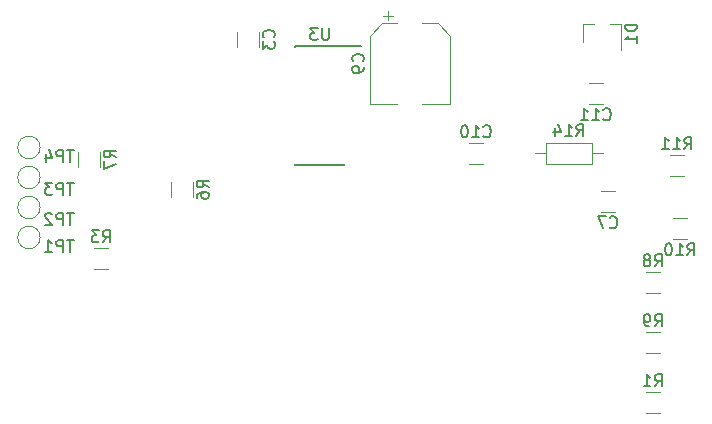
<source format=gbo>
G04 #@! TF.GenerationSoftware,KiCad,Pcbnew,5.1.6-c6e7f7d~87~ubuntu20.04.1*
G04 #@! TF.CreationDate,2020-07-23T13:09:22+02:00*
G04 #@! TF.ProjectId,lotusble,6c6f7475-7362-46c6-952e-6b696361645f,rev?*
G04 #@! TF.SameCoordinates,Original*
G04 #@! TF.FileFunction,Legend,Bot*
G04 #@! TF.FilePolarity,Positive*
%FSLAX46Y46*%
G04 Gerber Fmt 4.6, Leading zero omitted, Abs format (unit mm)*
G04 Created by KiCad (PCBNEW 5.1.6-c6e7f7d~87~ubuntu20.04.1) date 2020-07-23 13:09:22*
%MOMM*%
%LPD*%
G01*
G04 APERTURE LIST*
%ADD10C,0.120000*%
%ADD11C,0.150000*%
G04 APERTURE END LIST*
D10*
X95155936Y-96118000D02*
X96360064Y-96118000D01*
X95155936Y-97938000D02*
X96360064Y-97938000D01*
X58272000Y-81628064D02*
X58272000Y-80423936D01*
X60092000Y-81628064D02*
X60092000Y-80423936D01*
X94074064Y-110850000D02*
X92869936Y-110850000D01*
X94074064Y-112670000D02*
X92869936Y-112670000D01*
X47338064Y-100478000D02*
X46133936Y-100478000D01*
X47338064Y-98658000D02*
X46133936Y-98658000D01*
X52684000Y-94328064D02*
X52684000Y-93123936D01*
X54504000Y-94328064D02*
X54504000Y-93123936D01*
X46630000Y-91788064D02*
X46630000Y-90583936D01*
X44810000Y-91788064D02*
X44810000Y-90583936D01*
X41590000Y-95250000D02*
G75*
G03*
X41590000Y-95250000I-950000J0D01*
G01*
X94074064Y-102510000D02*
X92869936Y-102510000D01*
X94074064Y-100690000D02*
X92869936Y-100690000D01*
X94074064Y-105770000D02*
X92869936Y-105770000D01*
X94074064Y-107590000D02*
X92869936Y-107590000D01*
X89059936Y-93832000D02*
X90264064Y-93832000D01*
X89059936Y-95652000D02*
X90264064Y-95652000D01*
X70656750Y-79014250D02*
X71444250Y-79014250D01*
X71050500Y-78620500D02*
X71050500Y-79408000D01*
X75243563Y-79648000D02*
X76308000Y-80712437D01*
X70552437Y-79648000D02*
X69488000Y-80712437D01*
X70552437Y-79648000D02*
X71838000Y-79648000D01*
X75243563Y-79648000D02*
X73958000Y-79648000D01*
X76308000Y-80712437D02*
X76308000Y-86468000D01*
X69488000Y-80712437D02*
X69488000Y-86468000D01*
X69488000Y-86468000D02*
X71838000Y-86468000D01*
X76308000Y-86468000D02*
X73958000Y-86468000D01*
X79088064Y-91588000D02*
X77883936Y-91588000D01*
X79088064Y-89768000D02*
X77883936Y-89768000D01*
X88043936Y-86508000D02*
X89248064Y-86508000D01*
X88043936Y-84688000D02*
X89248064Y-84688000D01*
X96106064Y-90784000D02*
X94901936Y-90784000D01*
X96106064Y-92604000D02*
X94901936Y-92604000D01*
D11*
X67353000Y-81564000D02*
X68728000Y-81564000D01*
X67353000Y-91689000D02*
X63203000Y-91689000D01*
X67353000Y-81539000D02*
X63203000Y-81539000D01*
X67353000Y-91689000D02*
X67353000Y-91584000D01*
X63203000Y-91689000D02*
X63203000Y-91584000D01*
X63203000Y-81539000D02*
X63203000Y-81644000D01*
X67353000Y-81539000D02*
X67353000Y-81564000D01*
D10*
X41590000Y-97790000D02*
G75*
G03*
X41590000Y-97790000I-950000J0D01*
G01*
X41590000Y-92710000D02*
G75*
G03*
X41590000Y-92710000I-950000J0D01*
G01*
X41590000Y-90170000D02*
G75*
G03*
X41590000Y-90170000I-950000J0D01*
G01*
X87574000Y-79758000D02*
X87574000Y-81218000D01*
X90734000Y-79758000D02*
X90734000Y-81918000D01*
X90734000Y-79758000D02*
X89804000Y-79758000D01*
X87574000Y-79758000D02*
X88504000Y-79758000D01*
X83490000Y-90678000D02*
X84440000Y-90678000D01*
X89230000Y-90678000D02*
X88280000Y-90678000D01*
X84440000Y-89758000D02*
X88280000Y-89758000D01*
X84440000Y-91598000D02*
X84440000Y-89758000D01*
X88280000Y-91598000D02*
X84440000Y-91598000D01*
X88280000Y-89758000D02*
X88280000Y-91598000D01*
D11*
X96400857Y-99300380D02*
X96734190Y-98824190D01*
X96972285Y-99300380D02*
X96972285Y-98300380D01*
X96591333Y-98300380D01*
X96496095Y-98348000D01*
X96448476Y-98395619D01*
X96400857Y-98490857D01*
X96400857Y-98633714D01*
X96448476Y-98728952D01*
X96496095Y-98776571D01*
X96591333Y-98824190D01*
X96972285Y-98824190D01*
X95448476Y-99300380D02*
X96019904Y-99300380D01*
X95734190Y-99300380D02*
X95734190Y-98300380D01*
X95829428Y-98443238D01*
X95924666Y-98538476D01*
X96019904Y-98586095D01*
X94829428Y-98300380D02*
X94734190Y-98300380D01*
X94638952Y-98348000D01*
X94591333Y-98395619D01*
X94543714Y-98490857D01*
X94496095Y-98681333D01*
X94496095Y-98919428D01*
X94543714Y-99109904D01*
X94591333Y-99205142D01*
X94638952Y-99252761D01*
X94734190Y-99300380D01*
X94829428Y-99300380D01*
X94924666Y-99252761D01*
X94972285Y-99205142D01*
X95019904Y-99109904D01*
X95067523Y-98919428D01*
X95067523Y-98681333D01*
X95019904Y-98490857D01*
X94972285Y-98395619D01*
X94924666Y-98348000D01*
X94829428Y-98300380D01*
X61359142Y-80859333D02*
X61406761Y-80811714D01*
X61454380Y-80668857D01*
X61454380Y-80573619D01*
X61406761Y-80430761D01*
X61311523Y-80335523D01*
X61216285Y-80287904D01*
X61025809Y-80240285D01*
X60882952Y-80240285D01*
X60692476Y-80287904D01*
X60597238Y-80335523D01*
X60502000Y-80430761D01*
X60454380Y-80573619D01*
X60454380Y-80668857D01*
X60502000Y-80811714D01*
X60549619Y-80859333D01*
X60454380Y-81192666D02*
X60454380Y-81811714D01*
X60835333Y-81478380D01*
X60835333Y-81621238D01*
X60882952Y-81716476D01*
X60930571Y-81764095D01*
X61025809Y-81811714D01*
X61263904Y-81811714D01*
X61359142Y-81764095D01*
X61406761Y-81716476D01*
X61454380Y-81621238D01*
X61454380Y-81335523D01*
X61406761Y-81240285D01*
X61359142Y-81192666D01*
X93638666Y-110392380D02*
X93972000Y-109916190D01*
X94210095Y-110392380D02*
X94210095Y-109392380D01*
X93829142Y-109392380D01*
X93733904Y-109440000D01*
X93686285Y-109487619D01*
X93638666Y-109582857D01*
X93638666Y-109725714D01*
X93686285Y-109820952D01*
X93733904Y-109868571D01*
X93829142Y-109916190D01*
X94210095Y-109916190D01*
X92686285Y-110392380D02*
X93257714Y-110392380D01*
X92972000Y-110392380D02*
X92972000Y-109392380D01*
X93067238Y-109535238D01*
X93162476Y-109630476D01*
X93257714Y-109678095D01*
X46902666Y-98200380D02*
X47236000Y-97724190D01*
X47474095Y-98200380D02*
X47474095Y-97200380D01*
X47093142Y-97200380D01*
X46997904Y-97248000D01*
X46950285Y-97295619D01*
X46902666Y-97390857D01*
X46902666Y-97533714D01*
X46950285Y-97628952D01*
X46997904Y-97676571D01*
X47093142Y-97724190D01*
X47474095Y-97724190D01*
X46569333Y-97200380D02*
X45950285Y-97200380D01*
X46283619Y-97581333D01*
X46140761Y-97581333D01*
X46045523Y-97628952D01*
X45997904Y-97676571D01*
X45950285Y-97771809D01*
X45950285Y-98009904D01*
X45997904Y-98105142D01*
X46045523Y-98152761D01*
X46140761Y-98200380D01*
X46426476Y-98200380D01*
X46521714Y-98152761D01*
X46569333Y-98105142D01*
X55866380Y-93559333D02*
X55390190Y-93226000D01*
X55866380Y-92987904D02*
X54866380Y-92987904D01*
X54866380Y-93368857D01*
X54914000Y-93464095D01*
X54961619Y-93511714D01*
X55056857Y-93559333D01*
X55199714Y-93559333D01*
X55294952Y-93511714D01*
X55342571Y-93464095D01*
X55390190Y-93368857D01*
X55390190Y-92987904D01*
X54866380Y-94416476D02*
X54866380Y-94226000D01*
X54914000Y-94130761D01*
X54961619Y-94083142D01*
X55104476Y-93987904D01*
X55294952Y-93940285D01*
X55675904Y-93940285D01*
X55771142Y-93987904D01*
X55818761Y-94035523D01*
X55866380Y-94130761D01*
X55866380Y-94321238D01*
X55818761Y-94416476D01*
X55771142Y-94464095D01*
X55675904Y-94511714D01*
X55437809Y-94511714D01*
X55342571Y-94464095D01*
X55294952Y-94416476D01*
X55247333Y-94321238D01*
X55247333Y-94130761D01*
X55294952Y-94035523D01*
X55342571Y-93987904D01*
X55437809Y-93940285D01*
X47992380Y-91019333D02*
X47516190Y-90686000D01*
X47992380Y-90447904D02*
X46992380Y-90447904D01*
X46992380Y-90828857D01*
X47040000Y-90924095D01*
X47087619Y-90971714D01*
X47182857Y-91019333D01*
X47325714Y-91019333D01*
X47420952Y-90971714D01*
X47468571Y-90924095D01*
X47516190Y-90828857D01*
X47516190Y-90447904D01*
X46992380Y-91352666D02*
X46992380Y-92019333D01*
X47992380Y-91590761D01*
X44441904Y-95718380D02*
X43870476Y-95718380D01*
X44156190Y-96718380D02*
X44156190Y-95718380D01*
X43537142Y-96718380D02*
X43537142Y-95718380D01*
X43156190Y-95718380D01*
X43060952Y-95766000D01*
X43013333Y-95813619D01*
X42965714Y-95908857D01*
X42965714Y-96051714D01*
X43013333Y-96146952D01*
X43060952Y-96194571D01*
X43156190Y-96242190D01*
X43537142Y-96242190D01*
X42584761Y-95813619D02*
X42537142Y-95766000D01*
X42441904Y-95718380D01*
X42203809Y-95718380D01*
X42108571Y-95766000D01*
X42060952Y-95813619D01*
X42013333Y-95908857D01*
X42013333Y-96004095D01*
X42060952Y-96146952D01*
X42632380Y-96718380D01*
X42013333Y-96718380D01*
X93638666Y-100232380D02*
X93972000Y-99756190D01*
X94210095Y-100232380D02*
X94210095Y-99232380D01*
X93829142Y-99232380D01*
X93733904Y-99280000D01*
X93686285Y-99327619D01*
X93638666Y-99422857D01*
X93638666Y-99565714D01*
X93686285Y-99660952D01*
X93733904Y-99708571D01*
X93829142Y-99756190D01*
X94210095Y-99756190D01*
X93067238Y-99660952D02*
X93162476Y-99613333D01*
X93210095Y-99565714D01*
X93257714Y-99470476D01*
X93257714Y-99422857D01*
X93210095Y-99327619D01*
X93162476Y-99280000D01*
X93067238Y-99232380D01*
X92876761Y-99232380D01*
X92781523Y-99280000D01*
X92733904Y-99327619D01*
X92686285Y-99422857D01*
X92686285Y-99470476D01*
X92733904Y-99565714D01*
X92781523Y-99613333D01*
X92876761Y-99660952D01*
X93067238Y-99660952D01*
X93162476Y-99708571D01*
X93210095Y-99756190D01*
X93257714Y-99851428D01*
X93257714Y-100041904D01*
X93210095Y-100137142D01*
X93162476Y-100184761D01*
X93067238Y-100232380D01*
X92876761Y-100232380D01*
X92781523Y-100184761D01*
X92733904Y-100137142D01*
X92686285Y-100041904D01*
X92686285Y-99851428D01*
X92733904Y-99756190D01*
X92781523Y-99708571D01*
X92876761Y-99660952D01*
X93638666Y-105312380D02*
X93972000Y-104836190D01*
X94210095Y-105312380D02*
X94210095Y-104312380D01*
X93829142Y-104312380D01*
X93733904Y-104360000D01*
X93686285Y-104407619D01*
X93638666Y-104502857D01*
X93638666Y-104645714D01*
X93686285Y-104740952D01*
X93733904Y-104788571D01*
X93829142Y-104836190D01*
X94210095Y-104836190D01*
X93162476Y-105312380D02*
X92972000Y-105312380D01*
X92876761Y-105264761D01*
X92829142Y-105217142D01*
X92733904Y-105074285D01*
X92686285Y-104883809D01*
X92686285Y-104502857D01*
X92733904Y-104407619D01*
X92781523Y-104360000D01*
X92876761Y-104312380D01*
X93067238Y-104312380D01*
X93162476Y-104360000D01*
X93210095Y-104407619D01*
X93257714Y-104502857D01*
X93257714Y-104740952D01*
X93210095Y-104836190D01*
X93162476Y-104883809D01*
X93067238Y-104931428D01*
X92876761Y-104931428D01*
X92781523Y-104883809D01*
X92733904Y-104836190D01*
X92686285Y-104740952D01*
X89828666Y-96919142D02*
X89876285Y-96966761D01*
X90019142Y-97014380D01*
X90114380Y-97014380D01*
X90257238Y-96966761D01*
X90352476Y-96871523D01*
X90400095Y-96776285D01*
X90447714Y-96585809D01*
X90447714Y-96442952D01*
X90400095Y-96252476D01*
X90352476Y-96157238D01*
X90257238Y-96062000D01*
X90114380Y-96014380D01*
X90019142Y-96014380D01*
X89876285Y-96062000D01*
X89828666Y-96109619D01*
X89495333Y-96014380D02*
X88828666Y-96014380D01*
X89257238Y-97014380D01*
X68905142Y-82891333D02*
X68952761Y-82843714D01*
X69000380Y-82700857D01*
X69000380Y-82605619D01*
X68952761Y-82462761D01*
X68857523Y-82367523D01*
X68762285Y-82319904D01*
X68571809Y-82272285D01*
X68428952Y-82272285D01*
X68238476Y-82319904D01*
X68143238Y-82367523D01*
X68048000Y-82462761D01*
X68000380Y-82605619D01*
X68000380Y-82700857D01*
X68048000Y-82843714D01*
X68095619Y-82891333D01*
X69000380Y-83367523D02*
X69000380Y-83558000D01*
X68952761Y-83653238D01*
X68905142Y-83700857D01*
X68762285Y-83796095D01*
X68571809Y-83843714D01*
X68190857Y-83843714D01*
X68095619Y-83796095D01*
X68048000Y-83748476D01*
X68000380Y-83653238D01*
X68000380Y-83462761D01*
X68048000Y-83367523D01*
X68095619Y-83319904D01*
X68190857Y-83272285D01*
X68428952Y-83272285D01*
X68524190Y-83319904D01*
X68571809Y-83367523D01*
X68619428Y-83462761D01*
X68619428Y-83653238D01*
X68571809Y-83748476D01*
X68524190Y-83796095D01*
X68428952Y-83843714D01*
X79128857Y-89215142D02*
X79176476Y-89262761D01*
X79319333Y-89310380D01*
X79414571Y-89310380D01*
X79557428Y-89262761D01*
X79652666Y-89167523D01*
X79700285Y-89072285D01*
X79747904Y-88881809D01*
X79747904Y-88738952D01*
X79700285Y-88548476D01*
X79652666Y-88453238D01*
X79557428Y-88358000D01*
X79414571Y-88310380D01*
X79319333Y-88310380D01*
X79176476Y-88358000D01*
X79128857Y-88405619D01*
X78176476Y-89310380D02*
X78747904Y-89310380D01*
X78462190Y-89310380D02*
X78462190Y-88310380D01*
X78557428Y-88453238D01*
X78652666Y-88548476D01*
X78747904Y-88596095D01*
X77557428Y-88310380D02*
X77462190Y-88310380D01*
X77366952Y-88358000D01*
X77319333Y-88405619D01*
X77271714Y-88500857D01*
X77224095Y-88691333D01*
X77224095Y-88929428D01*
X77271714Y-89119904D01*
X77319333Y-89215142D01*
X77366952Y-89262761D01*
X77462190Y-89310380D01*
X77557428Y-89310380D01*
X77652666Y-89262761D01*
X77700285Y-89215142D01*
X77747904Y-89119904D01*
X77795523Y-88929428D01*
X77795523Y-88691333D01*
X77747904Y-88500857D01*
X77700285Y-88405619D01*
X77652666Y-88358000D01*
X77557428Y-88310380D01*
X89288857Y-87775142D02*
X89336476Y-87822761D01*
X89479333Y-87870380D01*
X89574571Y-87870380D01*
X89717428Y-87822761D01*
X89812666Y-87727523D01*
X89860285Y-87632285D01*
X89907904Y-87441809D01*
X89907904Y-87298952D01*
X89860285Y-87108476D01*
X89812666Y-87013238D01*
X89717428Y-86918000D01*
X89574571Y-86870380D01*
X89479333Y-86870380D01*
X89336476Y-86918000D01*
X89288857Y-86965619D01*
X88336476Y-87870380D02*
X88907904Y-87870380D01*
X88622190Y-87870380D02*
X88622190Y-86870380D01*
X88717428Y-87013238D01*
X88812666Y-87108476D01*
X88907904Y-87156095D01*
X87384095Y-87870380D02*
X87955523Y-87870380D01*
X87669809Y-87870380D02*
X87669809Y-86870380D01*
X87765047Y-87013238D01*
X87860285Y-87108476D01*
X87955523Y-87156095D01*
X96146857Y-90326380D02*
X96480190Y-89850190D01*
X96718285Y-90326380D02*
X96718285Y-89326380D01*
X96337333Y-89326380D01*
X96242095Y-89374000D01*
X96194476Y-89421619D01*
X96146857Y-89516857D01*
X96146857Y-89659714D01*
X96194476Y-89754952D01*
X96242095Y-89802571D01*
X96337333Y-89850190D01*
X96718285Y-89850190D01*
X95194476Y-90326380D02*
X95765904Y-90326380D01*
X95480190Y-90326380D02*
X95480190Y-89326380D01*
X95575428Y-89469238D01*
X95670666Y-89564476D01*
X95765904Y-89612095D01*
X94242095Y-90326380D02*
X94813523Y-90326380D01*
X94527809Y-90326380D02*
X94527809Y-89326380D01*
X94623047Y-89469238D01*
X94718285Y-89564476D01*
X94813523Y-89612095D01*
X66039904Y-80066380D02*
X66039904Y-80875904D01*
X65992285Y-80971142D01*
X65944666Y-81018761D01*
X65849428Y-81066380D01*
X65658952Y-81066380D01*
X65563714Y-81018761D01*
X65516095Y-80971142D01*
X65468476Y-80875904D01*
X65468476Y-80066380D01*
X65087523Y-80066380D02*
X64468476Y-80066380D01*
X64801809Y-80447333D01*
X64658952Y-80447333D01*
X64563714Y-80494952D01*
X64516095Y-80542571D01*
X64468476Y-80637809D01*
X64468476Y-80875904D01*
X64516095Y-80971142D01*
X64563714Y-81018761D01*
X64658952Y-81066380D01*
X64944666Y-81066380D01*
X65039904Y-81018761D01*
X65087523Y-80971142D01*
X44441904Y-98004380D02*
X43870476Y-98004380D01*
X44156190Y-99004380D02*
X44156190Y-98004380D01*
X43537142Y-99004380D02*
X43537142Y-98004380D01*
X43156190Y-98004380D01*
X43060952Y-98052000D01*
X43013333Y-98099619D01*
X42965714Y-98194857D01*
X42965714Y-98337714D01*
X43013333Y-98432952D01*
X43060952Y-98480571D01*
X43156190Y-98528190D01*
X43537142Y-98528190D01*
X42013333Y-99004380D02*
X42584761Y-99004380D01*
X42299047Y-99004380D02*
X42299047Y-98004380D01*
X42394285Y-98147238D01*
X42489523Y-98242476D01*
X42584761Y-98290095D01*
X44441904Y-93178380D02*
X43870476Y-93178380D01*
X44156190Y-94178380D02*
X44156190Y-93178380D01*
X43537142Y-94178380D02*
X43537142Y-93178380D01*
X43156190Y-93178380D01*
X43060952Y-93226000D01*
X43013333Y-93273619D01*
X42965714Y-93368857D01*
X42965714Y-93511714D01*
X43013333Y-93606952D01*
X43060952Y-93654571D01*
X43156190Y-93702190D01*
X43537142Y-93702190D01*
X42632380Y-93178380D02*
X42013333Y-93178380D01*
X42346666Y-93559333D01*
X42203809Y-93559333D01*
X42108571Y-93606952D01*
X42060952Y-93654571D01*
X42013333Y-93749809D01*
X42013333Y-93987904D01*
X42060952Y-94083142D01*
X42108571Y-94130761D01*
X42203809Y-94178380D01*
X42489523Y-94178380D01*
X42584761Y-94130761D01*
X42632380Y-94083142D01*
X44441904Y-90384380D02*
X43870476Y-90384380D01*
X44156190Y-91384380D02*
X44156190Y-90384380D01*
X43537142Y-91384380D02*
X43537142Y-90384380D01*
X43156190Y-90384380D01*
X43060952Y-90432000D01*
X43013333Y-90479619D01*
X42965714Y-90574857D01*
X42965714Y-90717714D01*
X43013333Y-90812952D01*
X43060952Y-90860571D01*
X43156190Y-90908190D01*
X43537142Y-90908190D01*
X42108571Y-90717714D02*
X42108571Y-91384380D01*
X42346666Y-90336761D02*
X42584761Y-91051047D01*
X41965714Y-91051047D01*
X92106380Y-79779904D02*
X91106380Y-79779904D01*
X91106380Y-80018000D01*
X91154000Y-80160857D01*
X91249238Y-80256095D01*
X91344476Y-80303714D01*
X91534952Y-80351333D01*
X91677809Y-80351333D01*
X91868285Y-80303714D01*
X91963523Y-80256095D01*
X92058761Y-80160857D01*
X92106380Y-80018000D01*
X92106380Y-79779904D01*
X92106380Y-81303714D02*
X92106380Y-80732285D01*
X92106380Y-81018000D02*
X91106380Y-81018000D01*
X91249238Y-80922761D01*
X91344476Y-80827523D01*
X91392095Y-80732285D01*
X87002857Y-89210380D02*
X87336190Y-88734190D01*
X87574285Y-89210380D02*
X87574285Y-88210380D01*
X87193333Y-88210380D01*
X87098095Y-88258000D01*
X87050476Y-88305619D01*
X87002857Y-88400857D01*
X87002857Y-88543714D01*
X87050476Y-88638952D01*
X87098095Y-88686571D01*
X87193333Y-88734190D01*
X87574285Y-88734190D01*
X86050476Y-89210380D02*
X86621904Y-89210380D01*
X86336190Y-89210380D02*
X86336190Y-88210380D01*
X86431428Y-88353238D01*
X86526666Y-88448476D01*
X86621904Y-88496095D01*
X85193333Y-88543714D02*
X85193333Y-89210380D01*
X85431428Y-88162761D02*
X85669523Y-88877047D01*
X85050476Y-88877047D01*
M02*

</source>
